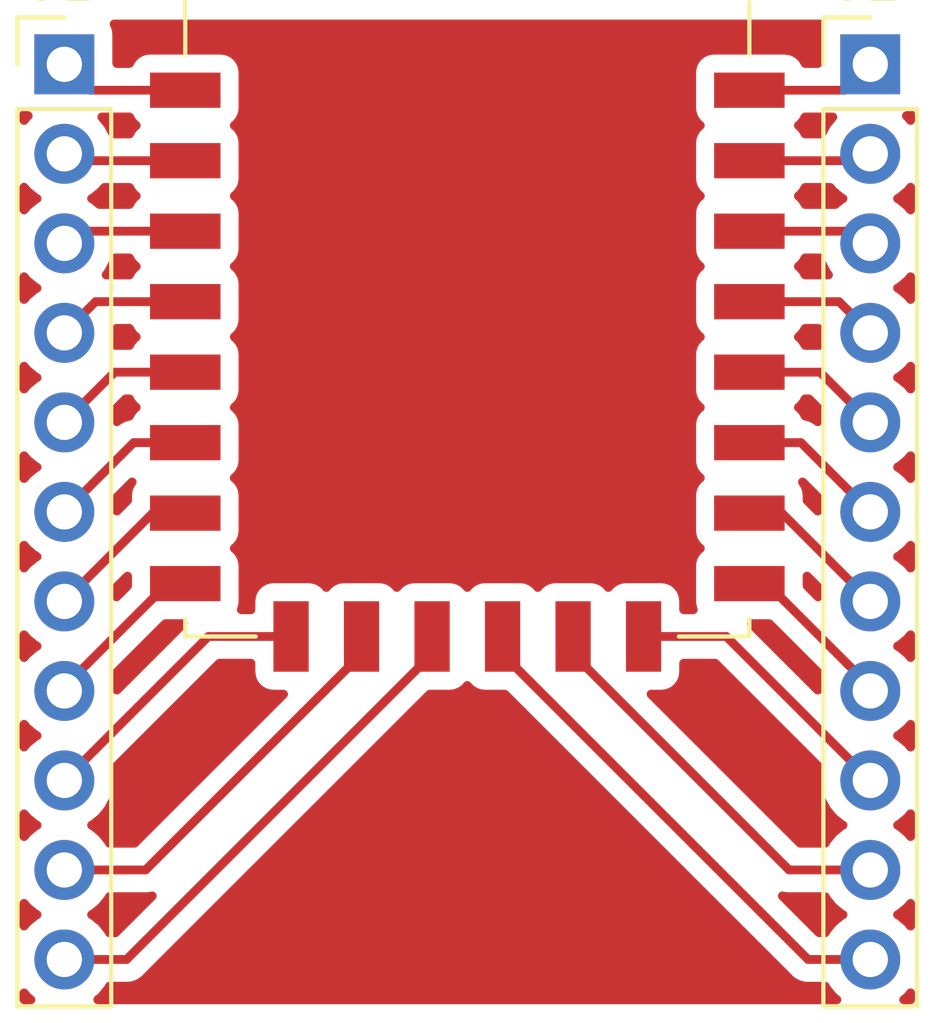
<source format=kicad_pcb>
(kicad_pcb (version 20171130) (host pcbnew 5.1.2)

  (general
    (thickness 1.6)
    (drawings 0)
    (tracks 56)
    (zones 0)
    (modules 3)
    (nets 23)
  )

  (page A4)
  (layers
    (0 F.Cu signal)
    (31 B.Cu signal hide)
    (32 B.Adhes user hide)
    (33 F.Adhes user hide)
    (34 B.Paste user hide)
    (35 F.Paste user hide)
    (36 B.SilkS user hide)
    (37 F.SilkS user hide)
    (38 B.Mask user hide)
    (39 F.Mask user hide)
    (40 Dwgs.User user hide)
    (41 Cmts.User user hide)
    (42 Eco1.User user hide)
    (43 Eco2.User user hide)
    (44 Edge.Cuts user hide)
    (45 Margin user hide)
    (46 B.CrtYd user hide)
    (47 F.CrtYd user hide)
    (48 B.Fab user hide)
    (49 F.Fab user hide)
  )

  (setup
    (last_trace_width 0.25)
    (trace_clearance 0.2)
    (zone_clearance 0.508)
    (zone_45_only no)
    (trace_min 0.2)
    (via_size 0.8)
    (via_drill 0.4)
    (via_min_size 0.4)
    (via_min_drill 0.3)
    (uvia_size 0.3)
    (uvia_drill 0.1)
    (uvias_allowed no)
    (uvia_min_size 0.2)
    (uvia_min_drill 0.1)
    (edge_width 0.05)
    (segment_width 0.2)
    (pcb_text_width 0.3)
    (pcb_text_size 1.5 1.5)
    (mod_edge_width 0.12)
    (mod_text_size 1 1)
    (mod_text_width 0.15)
    (pad_size 1.524 1.524)
    (pad_drill 0.762)
    (pad_to_mask_clearance 0.051)
    (solder_mask_min_width 0.25)
    (aux_axis_origin 0 0)
    (visible_elements FFFFFF7F)
    (pcbplotparams
      (layerselection 0x00000_7fffffff)
      (usegerberextensions false)
      (usegerberattributes false)
      (usegerberadvancedattributes false)
      (creategerberjobfile false)
      (excludeedgelayer true)
      (linewidth 0.100000)
      (plotframeref false)
      (viasonmask false)
      (mode 1)
      (useauxorigin false)
      (hpglpennumber 1)
      (hpglpenspeed 20)
      (hpglpendiameter 15.000000)
      (psnegative true)
      (psa4output false)
      (plotreference true)
      (plotvalue true)
      (plotinvisibletext false)
      (padsonsilk false)
      (subtractmaskfromsilk false)
      (outputformat 4)
      (mirror false)
      (drillshape 2)
      (scaleselection 1)
      (outputdirectory ""))
  )

  (net 0 "")
  (net 1 "Net-(J1-Pad11)")
  (net 2 "Net-(J1-Pad10)")
  (net 3 "Net-(J1-Pad9)")
  (net 4 "Net-(J1-Pad8)")
  (net 5 "Net-(J1-Pad7)")
  (net 6 "Net-(J1-Pad6)")
  (net 7 "Net-(J1-Pad5)")
  (net 8 "Net-(J1-Pad4)")
  (net 9 "Net-(J1-Pad3)")
  (net 10 "Net-(J1-Pad2)")
  (net 11 "Net-(J1-Pad1)")
  (net 12 "Net-(J2-Pad11)")
  (net 13 "Net-(J2-Pad10)")
  (net 14 "Net-(J2-Pad9)")
  (net 15 "Net-(J2-Pad8)")
  (net 16 "Net-(J2-Pad7)")
  (net 17 "Net-(J2-Pad6)")
  (net 18 "Net-(J2-Pad5)")
  (net 19 "Net-(J2-Pad4)")
  (net 20 "Net-(J2-Pad3)")
  (net 21 "Net-(J2-Pad2)")
  (net 22 "Net-(J2-Pad1)")

  (net_class Default "This is the default net class."
    (clearance 0.2)
    (trace_width 0.25)
    (via_dia 0.8)
    (via_drill 0.4)
    (uvia_dia 0.3)
    (uvia_drill 0.1)
    (add_net "Net-(J1-Pad1)")
    (add_net "Net-(J1-Pad10)")
    (add_net "Net-(J1-Pad11)")
    (add_net "Net-(J1-Pad2)")
    (add_net "Net-(J1-Pad3)")
    (add_net "Net-(J1-Pad4)")
    (add_net "Net-(J1-Pad5)")
    (add_net "Net-(J1-Pad6)")
    (add_net "Net-(J1-Pad7)")
    (add_net "Net-(J1-Pad8)")
    (add_net "Net-(J1-Pad9)")
    (add_net "Net-(J2-Pad1)")
    (add_net "Net-(J2-Pad10)")
    (add_net "Net-(J2-Pad11)")
    (add_net "Net-(J2-Pad2)")
    (add_net "Net-(J2-Pad3)")
    (add_net "Net-(J2-Pad4)")
    (add_net "Net-(J2-Pad5)")
    (add_net "Net-(J2-Pad6)")
    (add_net "Net-(J2-Pad7)")
    (add_net "Net-(J2-Pad8)")
    (add_net "Net-(J2-Pad9)")
  )

  (module Connector_PinHeader_2.54mm:PinHeader_1x11_P2.54mm_Vertical (layer F.Cu) (tedit 59FED5CC) (tstamp 5D7BF8D1)
    (at 30.48 25.4)
    (descr "Through hole straight pin header, 1x11, 2.54mm pitch, single row")
    (tags "Through hole pin header THT 1x11 2.54mm single row")
    (path /5D7CB10D)
    (fp_text reference J1 (at 0 -2.33) (layer F.SilkS)
      (effects (font (size 1 1) (thickness 0.15)))
    )
    (fp_text value Conn_01x11 (at 0 27.73) (layer F.Fab)
      (effects (font (size 1 1) (thickness 0.15)))
    )
    (fp_text user %R (at 0 12.7 90) (layer F.Fab)
      (effects (font (size 1 1) (thickness 0.15)))
    )
    (fp_line (start 1.8 -1.8) (end -1.8 -1.8) (layer F.CrtYd) (width 0.05))
    (fp_line (start 1.8 27.2) (end 1.8 -1.8) (layer F.CrtYd) (width 0.05))
    (fp_line (start -1.8 27.2) (end 1.8 27.2) (layer F.CrtYd) (width 0.05))
    (fp_line (start -1.8 -1.8) (end -1.8 27.2) (layer F.CrtYd) (width 0.05))
    (fp_line (start -1.33 -1.33) (end 0 -1.33) (layer F.SilkS) (width 0.12))
    (fp_line (start -1.33 0) (end -1.33 -1.33) (layer F.SilkS) (width 0.12))
    (fp_line (start -1.33 1.27) (end 1.33 1.27) (layer F.SilkS) (width 0.12))
    (fp_line (start 1.33 1.27) (end 1.33 26.73) (layer F.SilkS) (width 0.12))
    (fp_line (start -1.33 1.27) (end -1.33 26.73) (layer F.SilkS) (width 0.12))
    (fp_line (start -1.33 26.73) (end 1.33 26.73) (layer F.SilkS) (width 0.12))
    (fp_line (start -1.27 -0.635) (end -0.635 -1.27) (layer F.Fab) (width 0.1))
    (fp_line (start -1.27 26.67) (end -1.27 -0.635) (layer F.Fab) (width 0.1))
    (fp_line (start 1.27 26.67) (end -1.27 26.67) (layer F.Fab) (width 0.1))
    (fp_line (start 1.27 -1.27) (end 1.27 26.67) (layer F.Fab) (width 0.1))
    (fp_line (start -0.635 -1.27) (end 1.27 -1.27) (layer F.Fab) (width 0.1))
    (pad 11 thru_hole oval (at 0 25.4) (size 1.7 1.7) (drill 1) (layers *.Cu *.Mask)
      (net 1 "Net-(J1-Pad11)"))
    (pad 10 thru_hole oval (at 0 22.86) (size 1.7 1.7) (drill 1) (layers *.Cu *.Mask)
      (net 2 "Net-(J1-Pad10)"))
    (pad 9 thru_hole oval (at 0 20.32) (size 1.7 1.7) (drill 1) (layers *.Cu *.Mask)
      (net 3 "Net-(J1-Pad9)"))
    (pad 8 thru_hole oval (at 0 17.78) (size 1.7 1.7) (drill 1) (layers *.Cu *.Mask)
      (net 4 "Net-(J1-Pad8)"))
    (pad 7 thru_hole oval (at 0 15.24) (size 1.7 1.7) (drill 1) (layers *.Cu *.Mask)
      (net 5 "Net-(J1-Pad7)"))
    (pad 6 thru_hole oval (at 0 12.7) (size 1.7 1.7) (drill 1) (layers *.Cu *.Mask)
      (net 6 "Net-(J1-Pad6)"))
    (pad 5 thru_hole oval (at 0 10.16) (size 1.7 1.7) (drill 1) (layers *.Cu *.Mask)
      (net 7 "Net-(J1-Pad5)"))
    (pad 4 thru_hole oval (at 0 7.62) (size 1.7 1.7) (drill 1) (layers *.Cu *.Mask)
      (net 8 "Net-(J1-Pad4)"))
    (pad 3 thru_hole oval (at 0 5.08) (size 1.7 1.7) (drill 1) (layers *.Cu *.Mask)
      (net 9 "Net-(J1-Pad3)"))
    (pad 2 thru_hole oval (at 0 2.54) (size 1.7 1.7) (drill 1) (layers *.Cu *.Mask)
      (net 10 "Net-(J1-Pad2)"))
    (pad 1 thru_hole rect (at 0 0) (size 1.7 1.7) (drill 1) (layers *.Cu *.Mask)
      (net 11 "Net-(J1-Pad1)"))
    (model ${KISYS3DMOD}/Connector_PinHeader_2.54mm.3dshapes/PinHeader_1x11_P2.54mm_Vertical.wrl
      (at (xyz 0 0 0))
      (scale (xyz 1 1 1))
      (rotate (xyz 0 0 0))
    )
  )

  (module esp-12e:ESP-12E (layer F.Cu) (tedit 5D7BE9C2) (tstamp 5D7BE75B)
    (at 41.91 34.135)
    (path /5D7C2CEB)
    (fp_text reference U1 (at 0 -11.93) (layer F.SilkS)
      (effects (font (size 1 1) (thickness 0.15)))
    )
    (fp_text value ESP-12E (at 0 -12.93) (layer F.Fab)
      (effects (font (size 1 1) (thickness 0.15)))
    )
    (fp_line (start 8 7.5) (end 8 7) (layer F.SilkS) (width 0.12))
    (fp_line (start 6 7.5) (end 8 7.5) (layer F.SilkS) (width 0.12))
    (fp_line (start -8 7.5) (end -6 7.5) (layer F.SilkS) (width 0.12))
    (fp_line (start -8 7) (end -8 7.5) (layer F.SilkS) (width 0.12))
    (fp_line (start 8 -9) (end 8 -10.5) (layer F.SilkS) (width 0.12))
    (fp_line (start -8 -10.5) (end -8 -9) (layer F.SilkS) (width 0.12))
    (pad 14 smd rect (at 5 7.5 90) (size 2 1) (layers F.Cu F.Paste F.Mask)
      (net 14 "Net-(J2-Pad9)"))
    (pad 13 smd rect (at 3 7.5 90) (size 2 1) (layers F.Cu F.Paste F.Mask)
      (net 13 "Net-(J2-Pad10)"))
    (pad 12 smd rect (at 1 7.5 90) (size 2 1) (layers F.Cu F.Paste F.Mask)
      (net 12 "Net-(J2-Pad11)"))
    (pad 11 smd rect (at -1 7.5 90) (size 2 1) (layers F.Cu F.Paste F.Mask)
      (net 1 "Net-(J1-Pad11)"))
    (pad 10 smd rect (at -3 7.5 90) (size 2 1) (layers F.Cu F.Paste F.Mask)
      (net 2 "Net-(J1-Pad10)"))
    (pad 9 smd rect (at -5 7.5 90) (size 2 1) (layers F.Cu F.Paste F.Mask)
      (net 3 "Net-(J1-Pad9)"))
    (pad 22 smd rect (at 8 -8) (size 2 1) (layers F.Cu F.Paste F.Mask)
      (net 22 "Net-(J2-Pad1)"))
    (pad 21 smd rect (at 8 -6) (size 2 1) (layers F.Cu F.Paste F.Mask)
      (net 21 "Net-(J2-Pad2)"))
    (pad 20 smd rect (at 8 -4) (size 2 1) (layers F.Cu F.Paste F.Mask)
      (net 20 "Net-(J2-Pad3)"))
    (pad 19 smd rect (at 8 -2) (size 2 1) (layers F.Cu F.Paste F.Mask)
      (net 19 "Net-(J2-Pad4)"))
    (pad 18 smd rect (at 8 0) (size 2 1) (layers F.Cu F.Paste F.Mask)
      (net 18 "Net-(J2-Pad5)"))
    (pad 17 smd rect (at 8 2) (size 2 1) (layers F.Cu F.Paste F.Mask)
      (net 17 "Net-(J2-Pad6)"))
    (pad 16 smd rect (at 8 4) (size 2 1) (layers F.Cu F.Paste F.Mask)
      (net 16 "Net-(J2-Pad7)"))
    (pad 15 smd rect (at 8 6) (size 2 1) (layers F.Cu F.Paste F.Mask)
      (net 15 "Net-(J2-Pad8)"))
    (pad 8 smd rect (at -8 6) (size 2 1) (layers F.Cu F.Paste F.Mask)
      (net 4 "Net-(J1-Pad8)"))
    (pad 7 smd rect (at -8 4) (size 2 1) (layers F.Cu F.Paste F.Mask)
      (net 5 "Net-(J1-Pad7)"))
    (pad 6 smd rect (at -8 2) (size 2 1) (layers F.Cu F.Paste F.Mask)
      (net 6 "Net-(J1-Pad6)"))
    (pad 5 smd rect (at -8 0) (size 2 1) (layers F.Cu F.Paste F.Mask)
      (net 7 "Net-(J1-Pad5)"))
    (pad 4 smd rect (at -8 -2) (size 2 1) (layers F.Cu F.Paste F.Mask)
      (net 8 "Net-(J1-Pad4)"))
    (pad 3 smd rect (at -8 -4) (size 2 1) (layers F.Cu F.Paste F.Mask)
      (net 9 "Net-(J1-Pad3)"))
    (pad 2 smd rect (at -8 -6) (size 2 1) (layers F.Cu F.Paste F.Mask)
      (net 10 "Net-(J1-Pad2)"))
    (pad 1 smd rect (at -8 -8) (size 2 1) (layers F.Cu F.Paste F.Mask)
      (net 11 "Net-(J1-Pad1)"))
  )

  (module Connector_PinHeader_2.54mm:PinHeader_1x11_P2.54mm_Vertical (layer F.Cu) (tedit 59FED5CC) (tstamp 5D7BE73B)
    (at 53.34 25.4)
    (descr "Through hole straight pin header, 1x11, 2.54mm pitch, single row")
    (tags "Through hole pin header THT 1x11 2.54mm single row")
    (path /5D7CC81B)
    (fp_text reference J2 (at 0 -2.33) (layer F.SilkS)
      (effects (font (size 1 1) (thickness 0.15)))
    )
    (fp_text value Conn_01x11 (at 0 27.73) (layer F.Fab)
      (effects (font (size 1 1) (thickness 0.15)))
    )
    (fp_text user %R (at 0 12.7 90) (layer F.Fab)
      (effects (font (size 1 1) (thickness 0.15)))
    )
    (fp_line (start 1.8 -1.8) (end -1.8 -1.8) (layer F.CrtYd) (width 0.05))
    (fp_line (start 1.8 27.2) (end 1.8 -1.8) (layer F.CrtYd) (width 0.05))
    (fp_line (start -1.8 27.2) (end 1.8 27.2) (layer F.CrtYd) (width 0.05))
    (fp_line (start -1.8 -1.8) (end -1.8 27.2) (layer F.CrtYd) (width 0.05))
    (fp_line (start -1.33 -1.33) (end 0 -1.33) (layer F.SilkS) (width 0.12))
    (fp_line (start -1.33 0) (end -1.33 -1.33) (layer F.SilkS) (width 0.12))
    (fp_line (start -1.33 1.27) (end 1.33 1.27) (layer F.SilkS) (width 0.12))
    (fp_line (start 1.33 1.27) (end 1.33 26.73) (layer F.SilkS) (width 0.12))
    (fp_line (start -1.33 1.27) (end -1.33 26.73) (layer F.SilkS) (width 0.12))
    (fp_line (start -1.33 26.73) (end 1.33 26.73) (layer F.SilkS) (width 0.12))
    (fp_line (start -1.27 -0.635) (end -0.635 -1.27) (layer F.Fab) (width 0.1))
    (fp_line (start -1.27 26.67) (end -1.27 -0.635) (layer F.Fab) (width 0.1))
    (fp_line (start 1.27 26.67) (end -1.27 26.67) (layer F.Fab) (width 0.1))
    (fp_line (start 1.27 -1.27) (end 1.27 26.67) (layer F.Fab) (width 0.1))
    (fp_line (start -0.635 -1.27) (end 1.27 -1.27) (layer F.Fab) (width 0.1))
    (pad 11 thru_hole oval (at 0 25.4) (size 1.7 1.7) (drill 1) (layers *.Cu *.Mask)
      (net 12 "Net-(J2-Pad11)"))
    (pad 10 thru_hole oval (at 0 22.86) (size 1.7 1.7) (drill 1) (layers *.Cu *.Mask)
      (net 13 "Net-(J2-Pad10)"))
    (pad 9 thru_hole oval (at 0 20.32) (size 1.7 1.7) (drill 1) (layers *.Cu *.Mask)
      (net 14 "Net-(J2-Pad9)"))
    (pad 8 thru_hole oval (at 0 17.78) (size 1.7 1.7) (drill 1) (layers *.Cu *.Mask)
      (net 15 "Net-(J2-Pad8)"))
    (pad 7 thru_hole oval (at 0 15.24) (size 1.7 1.7) (drill 1) (layers *.Cu *.Mask)
      (net 16 "Net-(J2-Pad7)"))
    (pad 6 thru_hole oval (at 0 12.7) (size 1.7 1.7) (drill 1) (layers *.Cu *.Mask)
      (net 17 "Net-(J2-Pad6)"))
    (pad 5 thru_hole oval (at 0 10.16) (size 1.7 1.7) (drill 1) (layers *.Cu *.Mask)
      (net 18 "Net-(J2-Pad5)"))
    (pad 4 thru_hole oval (at 0 7.62) (size 1.7 1.7) (drill 1) (layers *.Cu *.Mask)
      (net 19 "Net-(J2-Pad4)"))
    (pad 3 thru_hole oval (at 0 5.08) (size 1.7 1.7) (drill 1) (layers *.Cu *.Mask)
      (net 20 "Net-(J2-Pad3)"))
    (pad 2 thru_hole oval (at 0 2.54) (size 1.7 1.7) (drill 1) (layers *.Cu *.Mask)
      (net 21 "Net-(J2-Pad2)"))
    (pad 1 thru_hole rect (at 0 0) (size 1.7 1.7) (drill 1) (layers *.Cu *.Mask)
      (net 22 "Net-(J2-Pad1)"))
    (model ${KISYS3DMOD}/Connector_PinHeader_2.54mm.3dshapes/PinHeader_1x11_P2.54mm_Vertical.wrl
      (at (xyz 0 0 0))
      (scale (xyz 1 1 1))
      (rotate (xyz 0 0 0))
    )
  )

  (segment (start 32.245 50.8) (end 31.682081 50.8) (width 0.25) (layer F.Cu) (net 1))
  (segment (start 40.91 42.135) (end 32.245 50.8) (width 0.25) (layer F.Cu) (net 1))
  (segment (start 31.682081 50.8) (end 30.48 50.8) (width 0.25) (layer F.Cu) (net 1))
  (segment (start 40.91 41.635) (end 40.91 42.135) (width 0.25) (layer F.Cu) (net 1))
  (segment (start 31.682081 48.26) (end 30.48 48.26) (width 0.25) (layer F.Cu) (net 2))
  (segment (start 32.785 48.26) (end 31.682081 48.26) (width 0.25) (layer F.Cu) (net 2))
  (segment (start 38.91 42.135) (end 32.785 48.26) (width 0.25) (layer F.Cu) (net 2))
  (segment (start 38.91 41.635) (end 38.91 42.135) (width 0.25) (layer F.Cu) (net 2))
  (segment (start 34.565 41.635) (end 30.48 45.72) (width 0.25) (layer F.Cu) (net 3))
  (segment (start 36.91 41.635) (end 34.565 41.635) (width 0.25) (layer F.Cu) (net 3))
  (segment (start 30.48 43.065) (end 30.48 43.18) (width 0.25) (layer F.Cu) (net 4))
  (segment (start 33.41 40.135) (end 30.48 43.065) (width 0.25) (layer F.Cu) (net 4))
  (segment (start 33.91 40.135) (end 33.41 40.135) (width 0.25) (layer F.Cu) (net 4))
  (segment (start 31.329999 39.790001) (end 30.48 40.64) (width 0.25) (layer F.Cu) (net 5))
  (segment (start 32.985 38.135) (end 31.329999 39.790001) (width 0.25) (layer F.Cu) (net 5))
  (segment (start 33.91 38.135) (end 32.985 38.135) (width 0.25) (layer F.Cu) (net 5))
  (segment (start 32.445 36.135) (end 30.48 38.1) (width 0.25) (layer F.Cu) (net 6))
  (segment (start 33.91 36.135) (end 32.445 36.135) (width 0.25) (layer F.Cu) (net 6))
  (segment (start 31.905 34.135) (end 30.48 35.56) (width 0.25) (layer F.Cu) (net 7))
  (segment (start 33.91 34.135) (end 31.905 34.135) (width 0.25) (layer F.Cu) (net 7))
  (segment (start 31.365 32.135) (end 30.48 33.02) (width 0.25) (layer F.Cu) (net 8))
  (segment (start 33.91 32.135) (end 31.365 32.135) (width 0.25) (layer F.Cu) (net 8))
  (segment (start 30.825 30.135) (end 30.48 30.48) (width 0.25) (layer F.Cu) (net 9))
  (segment (start 33.91 30.135) (end 30.825 30.135) (width 0.25) (layer F.Cu) (net 9))
  (segment (start 30.675 28.135) (end 30.48 27.94) (width 0.25) (layer F.Cu) (net 10))
  (segment (start 33.91 28.135) (end 30.675 28.135) (width 0.25) (layer F.Cu) (net 10))
  (segment (start 31.215 26.135) (end 30.48 25.4) (width 0.25) (layer F.Cu) (net 11))
  (segment (start 33.91 26.135) (end 31.215 26.135) (width 0.25) (layer F.Cu) (net 11))
  (segment (start 51.575 50.8) (end 52.137919 50.8) (width 0.25) (layer F.Cu) (net 12))
  (segment (start 52.137919 50.8) (end 53.34 50.8) (width 0.25) (layer F.Cu) (net 12))
  (segment (start 42.91 42.135) (end 51.575 50.8) (width 0.25) (layer F.Cu) (net 12))
  (segment (start 42.91 41.635) (end 42.91 42.135) (width 0.25) (layer F.Cu) (net 12))
  (segment (start 51.035 48.26) (end 52.137919 48.26) (width 0.25) (layer F.Cu) (net 13))
  (segment (start 44.91 42.135) (end 51.035 48.26) (width 0.25) (layer F.Cu) (net 13))
  (segment (start 52.137919 48.26) (end 53.34 48.26) (width 0.25) (layer F.Cu) (net 13))
  (segment (start 44.91 41.635) (end 44.91 42.135) (width 0.25) (layer F.Cu) (net 13))
  (segment (start 49.255 41.635) (end 53.34 45.72) (width 0.25) (layer F.Cu) (net 14))
  (segment (start 46.91 41.635) (end 49.255 41.635) (width 0.25) (layer F.Cu) (net 14))
  (segment (start 53.34 43.065) (end 53.34 43.18) (width 0.25) (layer F.Cu) (net 15))
  (segment (start 50.41 40.135) (end 53.34 43.065) (width 0.25) (layer F.Cu) (net 15))
  (segment (start 49.91 40.135) (end 50.41 40.135) (width 0.25) (layer F.Cu) (net 15))
  (segment (start 52.490001 39.790001) (end 53.34 40.64) (width 0.25) (layer F.Cu) (net 16))
  (segment (start 50.835 38.135) (end 52.490001 39.790001) (width 0.25) (layer F.Cu) (net 16))
  (segment (start 49.91 38.135) (end 50.835 38.135) (width 0.25) (layer F.Cu) (net 16))
  (segment (start 51.375 36.135) (end 53.34 38.1) (width 0.25) (layer F.Cu) (net 17))
  (segment (start 49.91 36.135) (end 51.375 36.135) (width 0.25) (layer F.Cu) (net 17))
  (segment (start 51.915 34.135) (end 53.34 35.56) (width 0.25) (layer F.Cu) (net 18))
  (segment (start 49.91 34.135) (end 51.915 34.135) (width 0.25) (layer F.Cu) (net 18))
  (segment (start 52.455 32.135) (end 53.34 33.02) (width 0.25) (layer F.Cu) (net 19))
  (segment (start 49.91 32.135) (end 52.455 32.135) (width 0.25) (layer F.Cu) (net 19))
  (segment (start 52.995 30.135) (end 53.34 30.48) (width 0.25) (layer F.Cu) (net 20))
  (segment (start 49.91 30.135) (end 52.995 30.135) (width 0.25) (layer F.Cu) (net 20))
  (segment (start 53.145 28.135) (end 53.34 27.94) (width 0.25) (layer F.Cu) (net 21))
  (segment (start 49.91 28.135) (end 53.145 28.135) (width 0.25) (layer F.Cu) (net 21))
  (segment (start 52.605 26.135) (end 53.34 25.4) (width 0.25) (layer F.Cu) (net 22))
  (segment (start 49.91 26.135) (end 52.605 26.135) (width 0.25) (layer F.Cu) (net 22))

  (zone (net 0) (net_name "") (layer F.Cu) (tstamp 0) (hatch edge 0.508)
    (connect_pads (clearance 0.508))
    (min_thickness 0.254)
    (fill yes (arc_segments 32) (thermal_gap 0.508) (thermal_bridge_width 0.508))
    (polygon
      (pts
        (xy 29.21 24.13) (xy 54.61 24.13) (xy 54.61 52.07) (xy 29.21 52.07)
      )
    )
    (filled_polygon
      (pts
        (xy 29.424866 51.855134) (xy 29.531931 51.943) (xy 29.337 51.943) (xy 29.337 51.748069)
      )
    )
    (filled_polygon
      (pts
        (xy 41.958815 43.086185) (xy 42.055506 43.165537) (xy 42.16582 43.224502) (xy 42.285518 43.260812) (xy 42.41 43.273072)
        (xy 42.973271 43.273072) (xy 51.011201 51.311003) (xy 51.034999 51.340001) (xy 51.063997 51.363799) (xy 51.150724 51.434974)
        (xy 51.282753 51.505546) (xy 51.426014 51.549003) (xy 51.575 51.563677) (xy 51.612333 51.56) (xy 52.062405 51.56)
        (xy 52.099294 51.629014) (xy 52.284866 51.855134) (xy 52.391931 51.943) (xy 31.428069 51.943) (xy 31.535134 51.855134)
        (xy 31.720706 51.629014) (xy 31.757595 51.56) (xy 32.207678 51.56) (xy 32.245 51.563676) (xy 32.282322 51.56)
        (xy 32.282333 51.56) (xy 32.393986 51.549003) (xy 32.537247 51.505546) (xy 32.669276 51.434974) (xy 32.785001 51.340001)
        (xy 32.808804 51.310997) (xy 40.84673 43.273072) (xy 41.41 43.273072) (xy 41.534482 43.260812) (xy 41.65418 43.224502)
        (xy 41.764494 43.165537) (xy 41.861185 43.086185) (xy 41.91 43.026704)
      )
    )
    (filled_polygon
      (pts
        (xy 54.483 51.943) (xy 54.288069 51.943) (xy 54.395134 51.855134) (xy 54.483 51.748069)
      )
    )
    (filled_polygon
      (pts
        (xy 31.930199 50.04) (xy 31.757595 50.04) (xy 31.720706 49.970986) (xy 31.535134 49.744866) (xy 31.309014 49.559294)
        (xy 31.254209 49.53) (xy 31.309014 49.500706) (xy 31.535134 49.315134) (xy 31.720706 49.089014) (xy 31.757595 49.02)
        (xy 32.747678 49.02) (xy 32.785 49.023676) (xy 32.822322 49.02) (xy 32.822333 49.02) (xy 32.933986 49.009003)
        (xy 32.973044 48.997155)
      )
    )
    (filled_polygon
      (pts
        (xy 50.886014 49.009003) (xy 50.997667 49.02) (xy 50.997676 49.02) (xy 51.034999 49.023676) (xy 51.072322 49.02)
        (xy 52.062405 49.02) (xy 52.099294 49.089014) (xy 52.284866 49.315134) (xy 52.510986 49.500706) (xy 52.565791 49.53)
        (xy 52.510986 49.559294) (xy 52.284866 49.744866) (xy 52.099294 49.970986) (xy 52.062405 50.04) (xy 51.889802 50.04)
        (xy 50.846957 48.997155)
      )
    )
    (filled_polygon
      (pts
        (xy 29.424866 49.315134) (xy 29.650986 49.500706) (xy 29.705791 49.53) (xy 29.650986 49.559294) (xy 29.424866 49.744866)
        (xy 29.337 49.851931) (xy 29.337 49.208069)
      )
    )
    (filled_polygon
      (pts
        (xy 54.483 49.851931) (xy 54.395134 49.744866) (xy 54.169014 49.559294) (xy 54.114209 49.53) (xy 54.169014 49.500706)
        (xy 54.395134 49.315134) (xy 54.483 49.208069)
      )
    )
    (filled_polygon
      (pts
        (xy 51.899203 45.354005) (xy 51.876487 45.428889) (xy 51.847815 45.72) (xy 51.876487 46.011111) (xy 51.961401 46.291034)
        (xy 52.099294 46.549014) (xy 52.284866 46.775134) (xy 52.510986 46.960706) (xy 52.565791 46.99) (xy 52.510986 47.019294)
        (xy 52.284866 47.204866) (xy 52.099294 47.430986) (xy 52.062405 47.5) (xy 51.349802 47.5) (xy 47.122873 43.273072)
        (xy 47.41 43.273072) (xy 47.534482 43.260812) (xy 47.65418 43.224502) (xy 47.764494 43.165537) (xy 47.861185 43.086185)
        (xy 47.940537 42.989494) (xy 47.999502 42.87918) (xy 48.035812 42.759482) (xy 48.048072 42.635) (xy 48.048072 42.395)
        (xy 48.940199 42.395)
      )
    )
    (filled_polygon
      (pts
        (xy 35.771928 42.635) (xy 35.784188 42.759482) (xy 35.820498 42.87918) (xy 35.879463 42.989494) (xy 35.958815 43.086185)
        (xy 36.055506 43.165537) (xy 36.16582 43.224502) (xy 36.285518 43.260812) (xy 36.41 43.273072) (xy 36.697126 43.273072)
        (xy 32.470199 47.5) (xy 31.757595 47.5) (xy 31.720706 47.430986) (xy 31.535134 47.204866) (xy 31.309014 47.019294)
        (xy 31.254209 46.99) (xy 31.309014 46.960706) (xy 31.535134 46.775134) (xy 31.720706 46.549014) (xy 31.858599 46.291034)
        (xy 31.943513 46.011111) (xy 31.972185 45.72) (xy 31.943513 45.428889) (xy 31.920797 45.354004) (xy 34.879803 42.395)
        (xy 35.771928 42.395)
      )
    )
    (filled_polygon
      (pts
        (xy 54.483 47.311931) (xy 54.395134 47.204866) (xy 54.169014 47.019294) (xy 54.114209 46.99) (xy 54.169014 46.960706)
        (xy 54.395134 46.775134) (xy 54.483 46.668069)
      )
    )
    (filled_polygon
      (pts
        (xy 29.424866 46.775134) (xy 29.650986 46.960706) (xy 29.705791 46.99) (xy 29.650986 47.019294) (xy 29.424866 47.204866)
        (xy 29.337 47.311931) (xy 29.337 46.668069)
      )
    )
    (filled_polygon
      (pts
        (xy 54.483 44.771931) (xy 54.395134 44.664866) (xy 54.169014 44.479294) (xy 54.114209 44.45) (xy 54.169014 44.420706)
        (xy 54.395134 44.235134) (xy 54.483 44.128069)
      )
    )
    (filled_polygon
      (pts
        (xy 29.424866 44.235134) (xy 29.650986 44.420706) (xy 29.705791 44.45) (xy 29.650986 44.479294) (xy 29.424866 44.664866)
        (xy 29.337 44.771931) (xy 29.337 44.128069)
      )
    )
    (filled_polygon
      (pts
        (xy 31.969765 43.155433) (xy 31.943513 42.888889) (xy 31.894031 42.72577) (xy 33.34673 41.273072) (xy 33.852125 41.273072)
      )
    )
    (filled_polygon
      (pts
        (xy 51.925969 42.72577) (xy 51.876487 42.888889) (xy 51.850235 43.155433) (xy 49.967873 41.273072) (xy 50.473271 41.273072)
      )
    )
    (filled_polygon
      (pts
        (xy 54.483 42.231931) (xy 54.395134 42.124866) (xy 54.169014 41.939294) (xy 54.114209 41.91) (xy 54.169014 41.880706)
        (xy 54.395134 41.695134) (xy 54.483 41.588069)
      )
    )
    (filled_polygon
      (pts
        (xy 29.424866 41.695134) (xy 29.650986 41.880706) (xy 29.705791 41.91) (xy 29.650986 41.939294) (xy 29.424866 42.124866)
        (xy 29.337 42.231931) (xy 29.337 41.588069)
      )
    )
    (filled_polygon
      (pts
        (xy 51.900498 24.30582) (xy 51.864188 24.425518) (xy 51.851928 24.55) (xy 51.851928 25.375) (xy 51.491046 25.375)
        (xy 51.440537 25.280506) (xy 51.361185 25.183815) (xy 51.264494 25.104463) (xy 51.15418 25.045498) (xy 51.034482 25.009188)
        (xy 50.91 24.996928) (xy 48.91 24.996928) (xy 48.785518 25.009188) (xy 48.66582 25.045498) (xy 48.555506 25.104463)
        (xy 48.458815 25.183815) (xy 48.379463 25.280506) (xy 48.320498 25.39082) (xy 48.284188 25.510518) (xy 48.271928 25.635)
        (xy 48.271928 26.635) (xy 48.284188 26.759482) (xy 48.320498 26.87918) (xy 48.379463 26.989494) (xy 48.458815 27.086185)
        (xy 48.518296 27.135) (xy 48.458815 27.183815) (xy 48.379463 27.280506) (xy 48.320498 27.39082) (xy 48.284188 27.510518)
        (xy 48.271928 27.635) (xy 48.271928 28.635) (xy 48.284188 28.759482) (xy 48.320498 28.87918) (xy 48.379463 28.989494)
        (xy 48.458815 29.086185) (xy 48.518296 29.135) (xy 48.458815 29.183815) (xy 48.379463 29.280506) (xy 48.320498 29.39082)
        (xy 48.284188 29.510518) (xy 48.271928 29.635) (xy 48.271928 30.635) (xy 48.284188 30.759482) (xy 48.320498 30.87918)
        (xy 48.379463 30.989494) (xy 48.458815 31.086185) (xy 48.518296 31.135) (xy 48.458815 31.183815) (xy 48.379463 31.280506)
        (xy 48.320498 31.39082) (xy 48.284188 31.510518) (xy 48.271928 31.635) (xy 48.271928 32.635) (xy 48.284188 32.759482)
        (xy 48.320498 32.87918) (xy 48.379463 32.989494) (xy 48.458815 33.086185) (xy 48.518296 33.135) (xy 48.458815 33.183815)
        (xy 48.379463 33.280506) (xy 48.320498 33.39082) (xy 48.284188 33.510518) (xy 48.271928 33.635) (xy 48.271928 34.635)
        (xy 48.284188 34.759482) (xy 48.320498 34.87918) (xy 48.379463 34.989494) (xy 48.458815 35.086185) (xy 48.518296 35.135)
        (xy 48.458815 35.183815) (xy 48.379463 35.280506) (xy 48.320498 35.39082) (xy 48.284188 35.510518) (xy 48.271928 35.635)
        (xy 48.271928 36.635) (xy 48.284188 36.759482) (xy 48.320498 36.87918) (xy 48.379463 36.989494) (xy 48.458815 37.086185)
        (xy 48.518296 37.135) (xy 48.458815 37.183815) (xy 48.379463 37.280506) (xy 48.320498 37.39082) (xy 48.284188 37.510518)
        (xy 48.271928 37.635) (xy 48.271928 38.635) (xy 48.284188 38.759482) (xy 48.320498 38.87918) (xy 48.379463 38.989494)
        (xy 48.458815 39.086185) (xy 48.518296 39.135) (xy 48.458815 39.183815) (xy 48.379463 39.280506) (xy 48.320498 39.39082)
        (xy 48.284188 39.510518) (xy 48.271928 39.635) (xy 48.271928 40.635) (xy 48.284188 40.759482) (xy 48.31923 40.875)
        (xy 48.048072 40.875) (xy 48.048072 40.635) (xy 48.035812 40.510518) (xy 47.999502 40.39082) (xy 47.940537 40.280506)
        (xy 47.861185 40.183815) (xy 47.764494 40.104463) (xy 47.65418 40.045498) (xy 47.534482 40.009188) (xy 47.41 39.996928)
        (xy 46.41 39.996928) (xy 46.285518 40.009188) (xy 46.16582 40.045498) (xy 46.055506 40.104463) (xy 45.958815 40.183815)
        (xy 45.91 40.243296) (xy 45.861185 40.183815) (xy 45.764494 40.104463) (xy 45.65418 40.045498) (xy 45.534482 40.009188)
        (xy 45.41 39.996928) (xy 44.41 39.996928) (xy 44.285518 40.009188) (xy 44.16582 40.045498) (xy 44.055506 40.104463)
        (xy 43.958815 40.183815) (xy 43.91 40.243296) (xy 43.861185 40.183815) (xy 43.764494 40.104463) (xy 43.65418 40.045498)
        (xy 43.534482 40.009188) (xy 43.41 39.996928) (xy 42.41 39.996928) (xy 42.285518 40.009188) (xy 42.16582 40.045498)
        (xy 42.055506 40.104463) (xy 41.958815 40.183815) (xy 41.91 40.243296) (xy 41.861185 40.183815) (xy 41.764494 40.104463)
        (xy 41.65418 40.045498) (xy 41.534482 40.009188) (xy 41.41 39.996928) (xy 40.41 39.996928) (xy 40.285518 40.009188)
        (xy 40.16582 40.045498) (xy 40.055506 40.104463) (xy 39.958815 40.183815) (xy 39.91 40.243296) (xy 39.861185 40.183815)
        (xy 39.764494 40.104463) (xy 39.65418 40.045498) (xy 39.534482 40.009188) (xy 39.41 39.996928) (xy 38.41 39.996928)
        (xy 38.285518 40.009188) (xy 38.16582 40.045498) (xy 38.055506 40.104463) (xy 37.958815 40.183815) (xy 37.91 40.243296)
        (xy 37.861185 40.183815) (xy 37.764494 40.104463) (xy 37.65418 40.045498) (xy 37.534482 40.009188) (xy 37.41 39.996928)
        (xy 36.41 39.996928) (xy 36.285518 40.009188) (xy 36.16582 40.045498) (xy 36.055506 40.104463) (xy 35.958815 40.183815)
        (xy 35.879463 40.280506) (xy 35.820498 40.39082) (xy 35.784188 40.510518) (xy 35.771928 40.635) (xy 35.771928 40.875)
        (xy 35.50077 40.875) (xy 35.535812 40.759482) (xy 35.548072 40.635) (xy 35.548072 39.635) (xy 35.535812 39.510518)
        (xy 35.499502 39.39082) (xy 35.440537 39.280506) (xy 35.361185 39.183815) (xy 35.301704 39.135) (xy 35.361185 39.086185)
        (xy 35.440537 38.989494) (xy 35.499502 38.87918) (xy 35.535812 38.759482) (xy 35.548072 38.635) (xy 35.548072 37.635)
        (xy 35.535812 37.510518) (xy 35.499502 37.39082) (xy 35.440537 37.280506) (xy 35.361185 37.183815) (xy 35.301704 37.135)
        (xy 35.361185 37.086185) (xy 35.440537 36.989494) (xy 35.499502 36.87918) (xy 35.535812 36.759482) (xy 35.548072 36.635)
        (xy 35.548072 35.635) (xy 35.535812 35.510518) (xy 35.499502 35.39082) (xy 35.440537 35.280506) (xy 35.361185 35.183815)
        (xy 35.301704 35.135) (xy 35.361185 35.086185) (xy 35.440537 34.989494) (xy 35.499502 34.87918) (xy 35.535812 34.759482)
        (xy 35.548072 34.635) (xy 35.548072 33.635) (xy 35.535812 33.510518) (xy 35.499502 33.39082) (xy 35.440537 33.280506)
        (xy 35.361185 33.183815) (xy 35.301704 33.135) (xy 35.361185 33.086185) (xy 35.440537 32.989494) (xy 35.499502 32.87918)
        (xy 35.535812 32.759482) (xy 35.548072 32.635) (xy 35.548072 31.635) (xy 35.535812 31.510518) (xy 35.499502 31.39082)
        (xy 35.440537 31.280506) (xy 35.361185 31.183815) (xy 35.301704 31.135) (xy 35.361185 31.086185) (xy 35.440537 30.989494)
        (xy 35.499502 30.87918) (xy 35.535812 30.759482) (xy 35.548072 30.635) (xy 35.548072 29.635) (xy 35.535812 29.510518)
        (xy 35.499502 29.39082) (xy 35.440537 29.280506) (xy 35.361185 29.183815) (xy 35.301704 29.135) (xy 35.361185 29.086185)
        (xy 35.440537 28.989494) (xy 35.499502 28.87918) (xy 35.535812 28.759482) (xy 35.548072 28.635) (xy 35.548072 27.635)
        (xy 35.535812 27.510518) (xy 35.499502 27.39082) (xy 35.440537 27.280506) (xy 35.361185 27.183815) (xy 35.301704 27.135)
        (xy 35.361185 27.086185) (xy 35.440537 26.989494) (xy 35.499502 26.87918) (xy 35.535812 26.759482) (xy 35.548072 26.635)
        (xy 35.548072 25.635) (xy 35.535812 25.510518) (xy 35.499502 25.39082) (xy 35.440537 25.280506) (xy 35.361185 25.183815)
        (xy 35.264494 25.104463) (xy 35.15418 25.045498) (xy 35.034482 25.009188) (xy 34.91 24.996928) (xy 32.91 24.996928)
        (xy 32.785518 25.009188) (xy 32.66582 25.045498) (xy 32.555506 25.104463) (xy 32.458815 25.183815) (xy 32.379463 25.280506)
        (xy 32.328954 25.375) (xy 31.968072 25.375) (xy 31.968072 24.55) (xy 31.955812 24.425518) (xy 31.919502 24.30582)
        (xy 31.893407 24.257) (xy 51.926593 24.257)
      )
    )
    (filled_polygon
      (pts
        (xy 51.899203 40.274005) (xy 51.876487 40.348889) (xy 51.860546 40.510744) (xy 51.548072 40.198271) (xy 51.548072 39.922874)
      )
    )
    (filled_polygon
      (pts
        (xy 32.271928 40.19827) (xy 31.959454 40.510744) (xy 31.943513 40.348889) (xy 31.920797 40.274004) (xy 32.271928 39.922873)
      )
    )
    (filled_polygon
      (pts
        (xy 29.424866 39.155134) (xy 29.650986 39.340706) (xy 29.705791 39.37) (xy 29.650986 39.399294) (xy 29.424866 39.584866)
        (xy 29.337 39.691931) (xy 29.337 39.048069)
      )
    )
    (filled_polygon
      (pts
        (xy 54.483 39.691931) (xy 54.395134 39.584866) (xy 54.169014 39.399294) (xy 54.114209 39.37) (xy 54.169014 39.340706)
        (xy 54.395134 39.155134) (xy 54.483 39.048069)
      )
    )
    (filled_polygon
      (pts
        (xy 32.379463 37.280506) (xy 32.320498 37.39082) (xy 32.284188 37.510518) (xy 32.271928 37.635) (xy 32.271928 37.77327)
        (xy 31.969765 38.075433) (xy 31.943513 37.808889) (xy 31.920797 37.734005) (xy 32.403111 37.251691)
      )
    )
    (filled_polygon
      (pts
        (xy 51.899203 37.734005) (xy 51.876487 37.808889) (xy 51.850235 38.075433) (xy 51.548072 37.773271) (xy 51.548072 37.635)
        (xy 51.535812 37.510518) (xy 51.499502 37.39082) (xy 51.440537 37.280506) (xy 51.416887 37.251688)
      )
    )
    (filled_polygon
      (pts
        (xy 29.424866 36.615134) (xy 29.650986 36.800706) (xy 29.705791 36.83) (xy 29.650986 36.859294) (xy 29.424866 37.044866)
        (xy 29.337 37.151931) (xy 29.337 36.508069)
      )
    )
    (filled_polygon
      (pts
        (xy 54.483 37.151931) (xy 54.395134 37.044866) (xy 54.169014 36.859294) (xy 54.114209 36.83) (xy 54.169014 36.800706)
        (xy 54.395134 36.615134) (xy 54.483 36.508069)
      )
    )
    (filled_polygon
      (pts
        (xy 51.899203 35.194004) (xy 51.876487 35.268889) (xy 51.84965 35.541367) (xy 51.799276 35.500026) (xy 51.667247 35.429454)
        (xy 51.523986 35.385997) (xy 51.49542 35.383183) (xy 51.440537 35.280506) (xy 51.361185 35.183815) (xy 51.301704 35.135)
        (xy 51.361185 35.086185) (xy 51.440537 34.989494) (xy 51.491046 34.895) (xy 51.600199 34.895)
      )
    )
    (filled_polygon
      (pts
        (xy 32.379463 34.989494) (xy 32.458815 35.086185) (xy 32.518296 35.135) (xy 32.458815 35.183815) (xy 32.379463 35.280506)
        (xy 32.32458 35.383183) (xy 32.296014 35.385997) (xy 32.152753 35.429454) (xy 32.020724 35.500026) (xy 31.97035 35.541367)
        (xy 31.943513 35.268889) (xy 31.920797 35.194005) (xy 32.219802 34.895) (xy 32.328954 34.895)
      )
    )
    (filled_polygon
      (pts
        (xy 54.483 34.611931) (xy 54.395134 34.504866) (xy 54.169014 34.319294) (xy 54.114209 34.29) (xy 54.169014 34.260706)
        (xy 54.395134 34.075134) (xy 54.483 33.968069)
      )
    )
    (filled_polygon
      (pts
        (xy 29.424866 34.075134) (xy 29.650986 34.260706) (xy 29.705791 34.29) (xy 29.650986 34.319294) (xy 29.424866 34.504866)
        (xy 29.337 34.611931) (xy 29.337 33.968069)
      )
    )
    (filled_polygon
      (pts
        (xy 51.847815 33.02) (xy 51.876487 33.311111) (xy 51.89534 33.37326) (xy 51.877678 33.375) (xy 51.491046 33.375)
        (xy 51.440537 33.280506) (xy 51.361185 33.183815) (xy 51.301704 33.135) (xy 51.361185 33.086185) (xy 51.440537 32.989494)
        (xy 51.491046 32.895) (xy 51.860126 32.895)
      )
    )
    (filled_polygon
      (pts
        (xy 32.379463 32.989494) (xy 32.458815 33.086185) (xy 32.518296 33.135) (xy 32.458815 33.183815) (xy 32.379463 33.280506)
        (xy 32.328954 33.375) (xy 31.942322 33.375) (xy 31.92466 33.37326) (xy 31.943513 33.311111) (xy 31.972185 33.02)
        (xy 31.959874 32.895) (xy 32.328954 32.895)
      )
    )
    (filled_polygon
      (pts
        (xy 29.424866 31.535134) (xy 29.650986 31.720706) (xy 29.705791 31.75) (xy 29.650986 31.779294) (xy 29.424866 31.964866)
        (xy 29.337 32.071931) (xy 29.337 31.428069)
      )
    )
    (filled_polygon
      (pts
        (xy 54.483 32.071931) (xy 54.395134 31.964866) (xy 54.169014 31.779294) (xy 54.114209 31.75) (xy 54.169014 31.720706)
        (xy 54.395134 31.535134) (xy 54.483 31.428069)
      )
    )
    (filled_polygon
      (pts
        (xy 51.961401 31.051034) (xy 52.099294 31.309014) (xy 52.153447 31.375) (xy 51.491046 31.375) (xy 51.440537 31.280506)
        (xy 51.361185 31.183815) (xy 51.301704 31.135) (xy 51.361185 31.086185) (xy 51.440537 30.989494) (xy 51.491046 30.895)
        (xy 51.914068 30.895)
      )
    )
    (filled_polygon
      (pts
        (xy 32.379463 30.989494) (xy 32.458815 31.086185) (xy 32.518296 31.135) (xy 32.458815 31.183815) (xy 32.379463 31.280506)
        (xy 32.328954 31.375) (xy 31.666553 31.375) (xy 31.720706 31.309014) (xy 31.858599 31.051034) (xy 31.905932 30.895)
        (xy 32.328954 30.895)
      )
    )
    (filled_polygon
      (pts
        (xy 29.424866 28.995134) (xy 29.650986 29.180706) (xy 29.705791 29.21) (xy 29.650986 29.239294) (xy 29.424866 29.424866)
        (xy 29.337 29.531931) (xy 29.337 28.888069)
      )
    )
    (filled_polygon
      (pts
        (xy 54.483 29.531931) (xy 54.395134 29.424866) (xy 54.169014 29.239294) (xy 54.114209 29.21) (xy 54.169014 29.180706)
        (xy 54.395134 28.995134) (xy 54.483 28.888069)
      )
    )
    (filled_polygon
      (pts
        (xy 52.284866 28.995134) (xy 52.510986 29.180706) (xy 52.565791 29.21) (xy 52.510986 29.239294) (xy 52.345628 29.375)
        (xy 51.491046 29.375) (xy 51.440537 29.280506) (xy 51.361185 29.183815) (xy 51.301704 29.135) (xy 51.361185 29.086185)
        (xy 51.440537 28.989494) (xy 51.491046 28.895) (xy 52.202688 28.895)
      )
    )
    (filled_polygon
      (pts
        (xy 32.379463 28.989494) (xy 32.458815 29.086185) (xy 32.518296 29.135) (xy 32.458815 29.183815) (xy 32.379463 29.280506)
        (xy 32.328954 29.375) (xy 31.474372 29.375) (xy 31.309014 29.239294) (xy 31.254209 29.21) (xy 31.309014 29.180706)
        (xy 31.535134 28.995134) (xy 31.617312 28.895) (xy 32.328954 28.895)
      )
    )
    (filled_polygon
      (pts
        (xy 52.099294 27.110986) (xy 51.961401 27.368966) (xy 51.959571 27.375) (xy 51.491046 27.375) (xy 51.440537 27.280506)
        (xy 51.361185 27.183815) (xy 51.301704 27.135) (xy 51.361185 27.086185) (xy 51.440537 26.989494) (xy 51.491046 26.895)
        (xy 52.276549 26.895)
      )
    )
    (filled_polygon
      (pts
        (xy 32.379463 26.989494) (xy 32.458815 27.086185) (xy 32.518296 27.135) (xy 32.458815 27.183815) (xy 32.379463 27.280506)
        (xy 32.328954 27.375) (xy 31.860429 27.375) (xy 31.858599 27.368966) (xy 31.720706 27.110986) (xy 31.543451 26.895)
        (xy 32.328954 26.895)
      )
    )
    (filled_polygon
      (pts
        (xy 29.38582 26.839502) (xy 29.454687 26.860393) (xy 29.424866 26.884866) (xy 29.337 26.991931) (xy 29.337 26.813407)
      )
    )
    (filled_polygon
      (pts
        (xy 54.483 26.991931) (xy 54.395134 26.884866) (xy 54.365313 26.860393) (xy 54.43418 26.839502) (xy 54.483 26.813407)
      )
    )
  )
)

</source>
